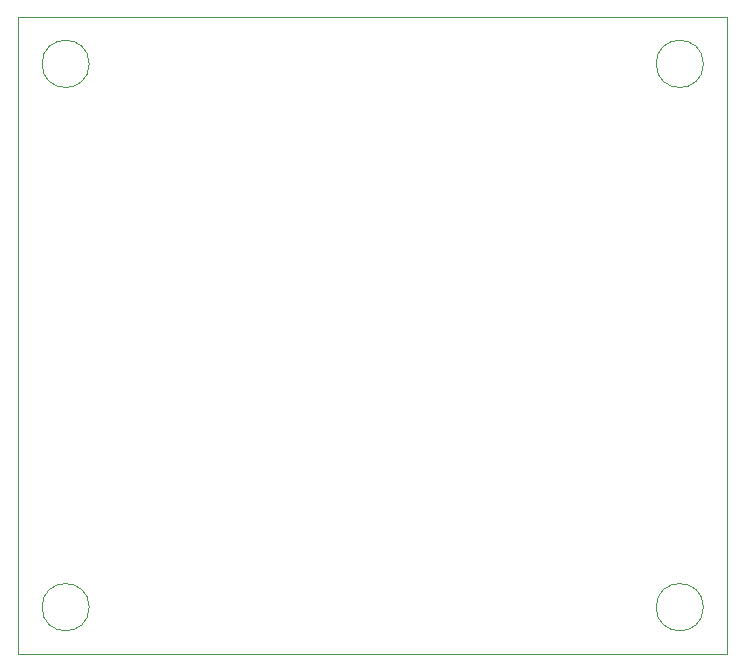
<source format=gbr>
%TF.GenerationSoftware,KiCad,Pcbnew,(7.0.0)*%
%TF.CreationDate,2023-07-05T19:52:24+02:00*%
%TF.ProjectId,atmega328p-gate_controller,61746d65-6761-4333-9238-702d67617465,rev?*%
%TF.SameCoordinates,Original*%
%TF.FileFunction,Profile,NP*%
%FSLAX46Y46*%
G04 Gerber Fmt 4.6, Leading zero omitted, Abs format (unit mm)*
G04 Created by KiCad (PCBNEW (7.0.0)) date 2023-07-05 19:52:24*
%MOMM*%
%LPD*%
G01*
G04 APERTURE LIST*
%TA.AperFunction,Profile*%
%ADD10C,0.100000*%
%TD*%
G04 APERTURE END LIST*
D10*
X58025000Y-53550000D02*
G75*
G03*
X58025000Y-53550000I-2000000J0D01*
G01*
X52025000Y-49550000D02*
X112025000Y-49550000D01*
X112025000Y-49550000D02*
X112025000Y-103550000D01*
X112025000Y-103550000D02*
X52025000Y-103550000D01*
X52025000Y-103550000D02*
X52025000Y-49550000D01*
X110025000Y-99550000D02*
G75*
G03*
X110025000Y-99550000I-2000000J0D01*
G01*
X110025000Y-53550000D02*
G75*
G03*
X110025000Y-53550000I-2000000J0D01*
G01*
X58025000Y-99550000D02*
G75*
G03*
X58025000Y-99550000I-2000000J0D01*
G01*
M02*

</source>
